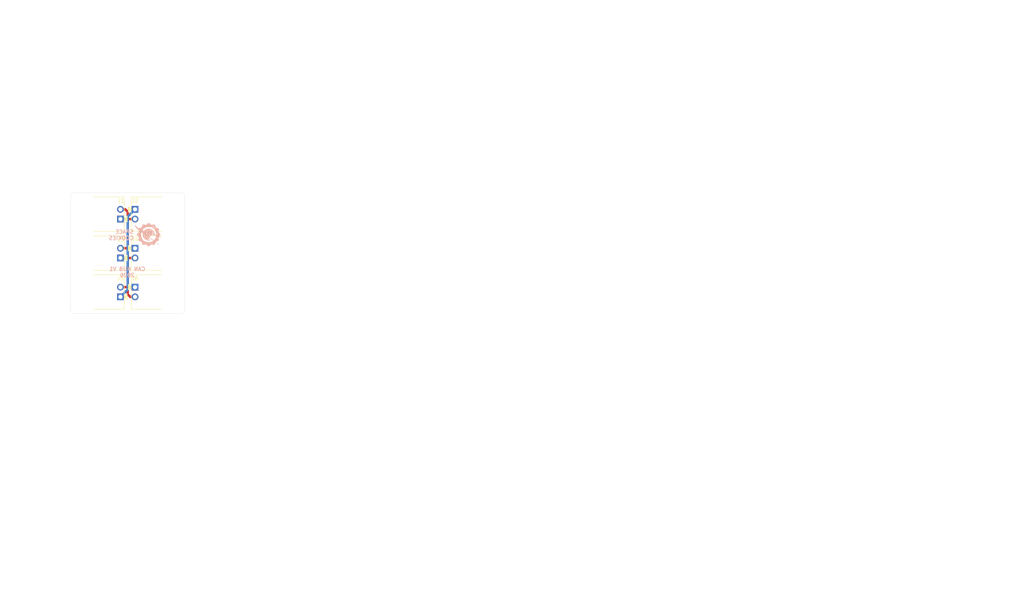
<source format=kicad_pcb>
(kicad_pcb (version 20241229) (generator "pcbnew") (generator_version "9.0")
  (title_block (title "CAN Hub") (date "2026-01-22") (rev "1"))
  (layers (0 "F.Cu" signal) (2 "B.Cu" signal) (13 "F.Paste" user) (15 "B.Paste" user) (5 "F.SilkS" user "F.Silkscreen") (7 "B.SilkS" user "B.Silkscreen") (1 "F.Mask" user) (3 "B.Mask" user) (25 "Edge.Cuts" user))
  (net 0 "")
  (net 1 "/CAN_L")
  (net 2 "/CAN_H")
  (footprint "CAN-hub:Molex-70555-0001" (layer "F.Cu") (at 176.784 127.381 180)
    (property "Reference" "J3" (at -0.127 3.556 0) (layer "F.SilkS"))
    (property "Value" "CAN")
    (pad "" np_thru_hole circle (at 8.64 -2.67 180) (size 3.4 3.4) (drill 3.4) (layers "*.Cu" "*.Mask"))
    (pad "" np_thru_hole circle (at 8.64 2.67 180) (size 3.4 3.4) (drill 3.4) (layers "*.Cu" "*.Mask"))
    (pad "1" thru_hole rect (at 0 -1.27 180) (size 1.778 1.778) (drill 1.0668) (layers "*.Cu" "*.Mask") (net 1 "/CAN_L"))
    (pad "2" thru_hole circle (at 0 1.27 180) (size 1.778 1.778) (drill 1.0668) (layers "*.Cu" "*.Mask") (net 2 "/CAN_H"))
  )
  (footprint "CAN-hub:Molex-70555-0001" (layer "F.Cu") (at 180.594 127.381)
    (property "Reference" "J4" (at 0 -3.556 0) (layer "F.SilkS"))
    (property "Value" "CAN")
    (pad "" np_thru_hole circle (at 8.64 -2.67) (size 3.4 3.4) (drill 3.4) (layers "*.Cu" "*.Mask"))
    (pad "" np_thru_hole circle (at 8.64 2.67) (size 3.4 3.4) (drill 3.4) (layers "*.Cu" "*.Mask"))
    (pad "1" thru_hole rect (at 0 -1.27) (size 1.778 1.778) (drill 1.0668) (layers "*.Cu" "*.Mask") (net 1 "/CAN_L"))
    (pad "2" thru_hole circle (at 0 1.27) (size 1.778 1.778) (drill 1.0668) (layers "*.Cu" "*.Mask") (net 2 "/CAN_H"))
  )
  (footprint "CAN-hub:Molex-70555-0001" (layer "F.Cu") (at 176.784 137.541 180)
    (property "Reference" "J5" (at 0 3.556 0) (layer "F.SilkS"))
    (property "Value" "CAN")
    (pad "" np_thru_hole circle (at 8.64 -2.67 180) (size 3.4 3.4) (drill 3.4) (layers "*.Cu" "*.Mask"))
    (pad "" np_thru_hole circle (at 8.64 2.67 180) (size 3.4 3.4) (drill 3.4) (layers "*.Cu" "*.Mask"))
    (pad "1" thru_hole rect (at 0 -1.27 180) (size 1.778 1.778) (drill 1.0668) (layers "*.Cu" "*.Mask") (net 1 "/CAN_L"))
    (pad "2" thru_hole circle (at 0 1.27 180) (size 1.778 1.778) (drill 1.0668) (layers "*.Cu" "*.Mask") (net 2 "/CAN_H"))
  )
  (footprint "CAN-hub:Molex-70555-0001" (layer "F.Cu") (at 180.594 137.541)
    (property "Reference" "J6" (at 0 -3.556 0) (layer "F.SilkS"))
    (property "Value" "CAN")
    (pad "" np_thru_hole circle (at 8.64 -2.67) (size 3.4 3.4) (drill 3.4) (layers "*.Cu" "*.Mask"))
    (pad "" np_thru_hole circle (at 8.64 2.67) (size 3.4 3.4) (drill 3.4) (layers "*.Cu" "*.Mask"))
    (pad "1" thru_hole rect (at 0 -1.27) (size 1.778 1.778) (drill 1.0668) (layers "*.Cu" "*.Mask") (net 1 "/CAN_L"))
    (pad "2" thru_hole circle (at 0 1.27) (size 1.778 1.778) (drill 1.0668) (layers "*.Cu" "*.Mask") (net 2 "/CAN_H"))
  )
  (footprint "CAN-hub:Molex-70555-0001" (layer "F.Cu") (at 176.784 117.218 180)
    (property "Reference" "J1" (at -0.127 3.553 0) (layer "F.SilkS"))
    (property "Value" "CAN")
    (pad "" np_thru_hole circle (at 8.64 -2.67 180) (size 3.4 3.4) (drill 3.4) (layers "*.Cu" "*.Mask"))
    (pad "" np_thru_hole circle (at 8.64 2.67 180) (size 3.4 3.4) (drill 3.4) (layers "*.Cu" "*.Mask"))
    (pad "1" thru_hole rect (at 0 -1.27 180) (size 1.778 1.778) (drill 1.0668) (layers "*.Cu" "*.Mask") (net 1 "/CAN_L"))
    (pad "2" thru_hole circle (at 0 1.27 180) (size 1.778 1.778) (drill 1.0668) (layers "*.Cu" "*.Mask") (net 2 "/CAN_H"))
  )
  (footprint "CAN-hub:Molex-70555-0001" (layer "F.Cu") (at 180.594 117.218)
    (property "Reference" "J2" (at 0 -3.553 0) (layer "F.SilkS"))
    (property "Value" "CAN")
    (pad "" np_thru_hole circle (at 8.64 -2.67) (size 3.4 3.4) (drill 3.4) (layers "*.Cu" "*.Mask"))
    (pad "" np_thru_hole circle (at 8.64 2.67) (size 3.4 3.4) (drill 3.4) (layers "*.Cu" "*.Mask"))
    (pad "1" thru_hole rect (at 0 -1.27) (size 1.778 1.778) (drill 1.0668) (layers "*.Cu" "*.Mask") (net 1 "/CAN_L"))
    (pad "2" thru_hole circle (at 0 1.27) (size 1.778 1.778) (drill 1.0668) (layers "*.Cu" "*.Mask") (net 2 "/CAN_H"))
  )
  (footprint "CAN-hub:SPACE_COOKIES_LOGO_7mm" (layer "B.Cu") (at 183.938864 122.554759 180)
    (property "Reference" "G1" (hide yes))
    (property "Value" "Space Cookies Logo" (hide yes))
  )
  (gr_arc (start 193.594 142.24) (mid 193.333618 142.868618) (end 192.705 143.129) (stroke (width 0.05)) (layer "Edge.Cuts"))
  (gr_arc (start 163.784 112.522) (mid 164.044382 111.893382) (end 164.673 111.633) (stroke (width 0.05)) (layer "Edge.Cuts"))
  (gr_line (start 193.594 142.24) (end 193.594 112.522) (stroke (width 0.05)) (layer "Edge.Cuts"))
  (gr_line (start 164.673 143.129) (end 192.705 143.129) (stroke (width 0.05)) (layer "Edge.Cuts"))
  (gr_arc (start 164.673 143.129) (mid 164.044382 142.868618) (end 163.784 142.24) (stroke (width 0.05)) (layer "Edge.Cuts"))
  (gr_line (start 163.784 142.24) (end 163.784 112.522) (stroke (width 0.05)) (layer "Edge.Cuts"))
  (gr_arc (start 192.705 111.633) (mid 193.333618 111.893382) (end 193.594 112.522) (stroke (width 0.05)) (layer "Edge.Cuts"))
  (gr_line (start 164.673 111.633) (end 192.705 111.633) (stroke (width 0.05)) (layer "Edge.Cuts"))
  (gr_text "CAN HUB V1\n2026" (at 178.562 133.731 0) (layer "B.SilkS") (effects (font (size 1 1) (thickness 0.2) (bold yes)) (justify bottom mirror)))
  (gr_text "SPACE\nCOOKIES" (at 180.34 124.024439 0) (layer "B.SilkS") (effects (font (size 1 1) (thickness 0.2) (bold yes)) (justify left bottom mirror)))
  (segment (start 180.594 115.948) (end 178.689 117.853) (width 0.635) (layer "B.Cu") (net 1))
  (segment (start 176.784 128.651) (end 178.562 128.651) (width 0.635) (layer "B.Cu") (net 1))
  (segment (start 178.562 128.651) (end 178.689 128.524) (width 0.635) (layer "B.Cu") (net 1))
  (segment (start 178.689 136.271) (end 178.689 136.906) (width 0.635) (layer "B.Cu") (net 1))
  (segment (start 180.594 136.271) (end 178.689 136.271) (width 0.635) (layer "B.Cu") (net 1))
  (segment (start 178.689 126.365) (end 178.689 128.524) (width 0.635) (layer "B.Cu") (net 1))
  (segment (start 178.689 128.524) (end 178.689 136.271) (width 0.635) (layer "B.Cu") (net 1))
  (segment (start 178.559 118.488) (end 178.689 118.618) (width 0.635) (layer "B.Cu") (net 1))
  (segment (start 178.943 126.111) (end 178.689 126.365) (width 0.635) (layer "B.Cu") (net 1))
  (segment (start 180.594 126.111) (end 178.943 126.111) (width 0.635) (layer "B.Cu") (net 1))
  (segment (start 176.784 118.488) (end 178.559 118.488) (width 0.635) (layer "B.Cu") (net 1))
  (segment (start 178.689 117.853) (end 178.689 118.618) (width 0.635) (layer "B.Cu") (net 1))
  (segment (start 178.689 118.618) (end 178.689 126.365) (width 0.635) (layer "B.Cu") (net 1))
  (segment (start 178.689 136.906) (end 176.784 138.811) (width 0.635) (layer "B.Cu") (net 1))
  (segment (start 178.689 118.491) (end 178.689 125.984) (width 0.635) (layer "F.Cu") (net 2))
  (segment (start 178.689 136.398) (end 178.689 138.163235) (width 0.635) (layer "F.Cu") (net 2))
  (segment (start 178.816 128.651) (end 178.689 128.524) (width 0.635) (layer "F.Cu") (net 2))
  (segment (start 178.562 136.271) (end 178.689 136.398) (width 0.635) (layer "F.Cu") (net 2))
  (segment (start 178.692 118.488) (end 178.689 118.491) (width 0.635) (layer "F.Cu") (net 2))
  (segment (start 178.689 138.163235) (end 179.336765 138.811) (width 0.635) (layer "F.Cu") (net 2))
  (segment (start 178.689 125.984) (end 178.689 128.524) (width 0.635) (layer "F.Cu") (net 2))
  (segment (start 178.689 128.524) (end 178.689 136.398) (width 0.635) (layer "F.Cu") (net 2))
  (segment (start 178.562 126.111) (end 178.689 125.984) (width 0.635) (layer "F.Cu") (net 2))
  (segment (start 176.784 136.271) (end 178.562 136.271) (width 0.635) (layer "F.Cu") (net 2))
  (segment (start 180.594 118.488) (end 178.692 118.488) (width 0.635) (layer "F.Cu") (net 2))
  (segment (start 178.041235 115.948) (end 178.689 116.595765) (width 0.635) (layer "F.Cu") (net 2))
  (segment (start 176.784 115.948) (end 178.041235 115.948) (width 0.635) (layer "F.Cu") (net 2))
  (segment (start 179.336765 138.811) (end 180.594 138.811) (width 0.635) (layer "F.Cu") (net 2))
  (segment (start 178.689 116.595765) (end 178.689 118.491) (width 0.635) (layer "F.Cu") (net 2))
  (segment (start 176.784 126.111) (end 178.562 126.111) (width 0.635) (layer "F.Cu") (net 2))
  (segment (start 180.594 128.651) (end 178.816 128.651) (width 0.635) (layer "F.Cu") (net 2))
)
</source>
